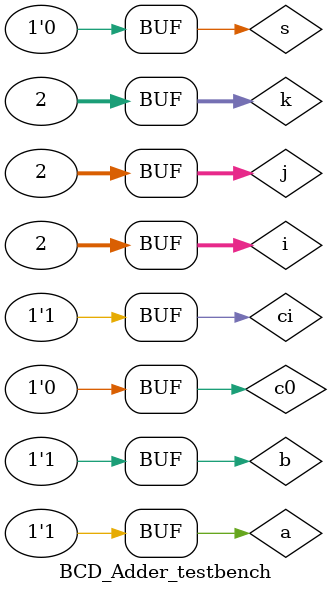
<source format=sv>
module BCD_Adder(input logic ci,b,a, output logic s,c0);
    assign s = b ^ a ^ ci;
    assign c0 = (b ^ a) ? ci : b;
endmodule

module BCD_Adder_testbench();
    logic ci,a,b,s,c0;
    integer i,j,k;

    BCD_Adder DUT(ci,a,b,s,c0);
    initial 
    begin
        $display("b:a:ci    s:c0");    
    end

    initial 
    begin
        b = 0;a = 0;ci = 0;c0 = 0;s = 0;
        for(i = 0; i < 2; i++)
        begin
            $monitor("%b%b%b       %b%b",b,a,ci,c0,s);
            b = i;#10;
            for(j = 0; j < 2; j++)
            begin
                $monitor("%b%b%b       %b%b",b,a,ci,c0,s);
                a = j;#10;
                for(k = 0; k < 2; k++)
                begin
                    $monitor("%b%b%b       %b%b",b,a,ci,c0,s);
                    ci = k;#10;
                    assert(ci + b + a == s + c0 * 2);
                end
            end
        end
    end
endmodule
</source>
